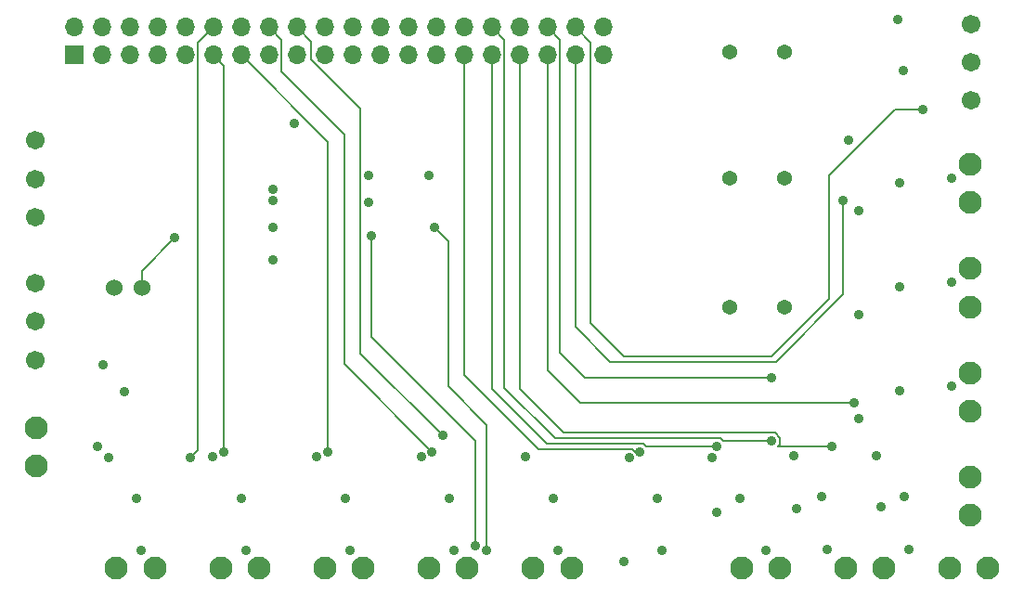
<source format=gbl>
G04 #@! TF.GenerationSoftware,KiCad,Pcbnew,8.0.4*
G04 #@! TF.CreationDate,2024-09-09T22:35:46-05:00*
G04 #@! TF.ProjectId,TPM-IO-BOARD,54504d2d-494f-42d4-924f-4152442e6b69,rev?*
G04 #@! TF.SameCoordinates,Original*
G04 #@! TF.FileFunction,Copper,L4,Bot*
G04 #@! TF.FilePolarity,Positive*
%FSLAX46Y46*%
G04 Gerber Fmt 4.6, Leading zero omitted, Abs format (unit mm)*
G04 Created by KiCad (PCBNEW 8.0.4) date 2024-09-09 22:35:46*
%MOMM*%
%LPD*%
G01*
G04 APERTURE LIST*
G04 #@! TA.AperFunction,ComponentPad*
%ADD10C,1.524000*%
G04 #@! TD*
G04 #@! TA.AperFunction,ComponentPad*
%ADD11C,1.371600*%
G04 #@! TD*
G04 #@! TA.AperFunction,ComponentPad*
%ADD12C,2.100000*%
G04 #@! TD*
G04 #@! TA.AperFunction,ComponentPad*
%ADD13C,1.701800*%
G04 #@! TD*
G04 #@! TA.AperFunction,ComponentPad*
%ADD14R,1.700000X1.700000*%
G04 #@! TD*
G04 #@! TA.AperFunction,ComponentPad*
%ADD15O,1.700000X1.700000*%
G04 #@! TD*
G04 #@! TA.AperFunction,ViaPad*
%ADD16C,0.900000*%
G04 #@! TD*
G04 #@! TA.AperFunction,Conductor*
%ADD17C,0.200000*%
G04 #@! TD*
G04 APERTURE END LIST*
D10*
X114540000Y-70000000D03*
X112000000Y-70000000D03*
D11*
X168166750Y-60000000D03*
X173166750Y-60000000D03*
D12*
X188250000Y-95600000D03*
X191750000Y-95600000D03*
X178750000Y-95600000D03*
X182250000Y-95600000D03*
X190100000Y-62250000D03*
X190100000Y-58750000D03*
D13*
X104823590Y-56567399D03*
X104823590Y-60067400D03*
X104823590Y-63567400D03*
D12*
X131250000Y-95600000D03*
X134750000Y-95600000D03*
X121750000Y-95600000D03*
X125250000Y-95600000D03*
D11*
X168166750Y-48500000D03*
X173166750Y-48500000D03*
D12*
X190100000Y-90750000D03*
X190100000Y-87250000D03*
D11*
X168166750Y-71750000D03*
X173166750Y-71750000D03*
D13*
X104823590Y-69567399D03*
X104823590Y-73067400D03*
X104823590Y-76567400D03*
D12*
X190100000Y-81250000D03*
X190100000Y-77750000D03*
X150250000Y-95600000D03*
X153750000Y-95600000D03*
X169250000Y-95600000D03*
X172750000Y-95600000D03*
X140750000Y-95600000D03*
X144250000Y-95600000D03*
X190100000Y-71750000D03*
X190100000Y-68250000D03*
D13*
X190176410Y-52932601D03*
X190176410Y-49432600D03*
X190176410Y-45932600D03*
D12*
X104900000Y-82750000D03*
X104900000Y-86250000D03*
X112250000Y-95600000D03*
X115750000Y-95600000D03*
D14*
X108370000Y-48770000D03*
D15*
X108370000Y-46230000D03*
X110910000Y-48770000D03*
X110910000Y-46230000D03*
X113450000Y-48770000D03*
X113450000Y-46230000D03*
X115990000Y-48770000D03*
X115990000Y-46230000D03*
X118530000Y-48770000D03*
X118530000Y-46230000D03*
X121070000Y-48770000D03*
X121070000Y-46230000D03*
X123610000Y-48770000D03*
X123610000Y-46230000D03*
X126150000Y-48770000D03*
X126150000Y-46230000D03*
X128690000Y-48770000D03*
X128690000Y-46230000D03*
X131230000Y-48770000D03*
X131230000Y-46230000D03*
X133770000Y-48770000D03*
X133770000Y-46230000D03*
X136310000Y-48770000D03*
X136310000Y-46230000D03*
X138850000Y-48770000D03*
X138850000Y-46230000D03*
X141390000Y-48770000D03*
X141390000Y-46230000D03*
X143930000Y-48770000D03*
X143930000Y-46230000D03*
X146470000Y-48770000D03*
X146470000Y-46230000D03*
X149010000Y-48770000D03*
X149010000Y-46230000D03*
X151550000Y-48770000D03*
X151550000Y-46230000D03*
X154090000Y-48770000D03*
X154090000Y-46230000D03*
X156630000Y-48770000D03*
X156630000Y-46230000D03*
D16*
X111500000Y-85500000D03*
X179927967Y-81971511D03*
X166528489Y-85500000D03*
X111000000Y-77000000D03*
X140028489Y-85427967D03*
X179927967Y-62971511D03*
X135250000Y-59750000D03*
X179927967Y-72471511D03*
X121028489Y-85427967D03*
X128500000Y-55000000D03*
X110500000Y-84500000D03*
X174028489Y-85340179D03*
X184000000Y-50175000D03*
X181527436Y-85340179D03*
X159000000Y-85500000D03*
X149528489Y-85427967D03*
X126500000Y-61000000D03*
X130528489Y-85427967D03*
X135250000Y-62250000D03*
X126500000Y-62000000D03*
X122035146Y-84984518D03*
X119000000Y-85500000D03*
X131535146Y-84984518D03*
X141035146Y-84984518D03*
X142000000Y-83500000D03*
X160000000Y-85000000D03*
X167000000Y-84500000D03*
X172000000Y-84000000D03*
X177500000Y-84500000D03*
X179500000Y-80500000D03*
X172000000Y-78250000D03*
X178500000Y-62000000D03*
X185750000Y-53750000D03*
X140750000Y-59750000D03*
X126500000Y-64500000D03*
X179000000Y-56500000D03*
X113000000Y-79500000D03*
X126500000Y-67500000D03*
X158500000Y-95000000D03*
X146000000Y-94000000D03*
X142597157Y-89179577D03*
X169097157Y-89251610D03*
X114068668Y-89251610D03*
X184096104Y-89091789D03*
X176597157Y-89091789D03*
X183679577Y-69902843D03*
X123597157Y-89179577D03*
X174251915Y-90174577D03*
X152097157Y-89179577D03*
X183679577Y-79402843D03*
X182000000Y-90000000D03*
X133097157Y-89179577D03*
X161568668Y-89251610D03*
X167000000Y-90500000D03*
X183679577Y-60402843D03*
X141250000Y-64500000D03*
X117580222Y-65436627D03*
X114500000Y-94000000D03*
X145000000Y-93500000D03*
X171500000Y-94000000D03*
X184527436Y-93840179D03*
X188427967Y-69471511D03*
X124028489Y-93927967D03*
X135500000Y-65250000D03*
X188427967Y-59971511D03*
X152528489Y-93927967D03*
X188427967Y-78971511D03*
X177028489Y-93840179D03*
X133528489Y-93927967D03*
X143028489Y-93927967D03*
X162000000Y-94000000D03*
X183500000Y-45500000D03*
D17*
X122035146Y-84984518D02*
X122035146Y-49735146D01*
X122035146Y-49735146D02*
X121070000Y-48770000D01*
X119680000Y-47620000D02*
X119680000Y-84820000D01*
X119680000Y-84820000D02*
X119000000Y-85500000D01*
X121070000Y-46230000D02*
X119680000Y-47620000D01*
X131535146Y-84984518D02*
X131535146Y-56695146D01*
X131535146Y-56695146D02*
X123610000Y-48770000D01*
X141035146Y-84984518D02*
X133000000Y-76949372D01*
X127300000Y-50300000D02*
X127300000Y-47380000D01*
X133000000Y-56000000D02*
X127300000Y-50300000D01*
X133000000Y-76949372D02*
X133000000Y-56000000D01*
X127300000Y-47380000D02*
X126150000Y-46230000D01*
X134500000Y-76000000D02*
X134500000Y-53666346D01*
X130000000Y-49166346D02*
X130000000Y-47540000D01*
X130000000Y-47540000D02*
X128690000Y-46230000D01*
X142000000Y-83500000D02*
X134500000Y-76000000D01*
X134500000Y-53666346D02*
X130000000Y-49166346D01*
X159310661Y-84750000D02*
X150750000Y-84750000D01*
X150750000Y-84750000D02*
X143930000Y-77930000D01*
X160000000Y-85000000D02*
X159560661Y-85000000D01*
X143930000Y-77930000D02*
X143930000Y-48770000D01*
X159560661Y-85000000D02*
X159310661Y-84750000D01*
X151500000Y-84250000D02*
X146470000Y-79220000D01*
X160310661Y-84250000D02*
X151500000Y-84250000D01*
X160560661Y-84500000D02*
X160310661Y-84250000D01*
X146470000Y-79220000D02*
X146470000Y-48770000D01*
X167000000Y-84500000D02*
X160560661Y-84500000D01*
X172000000Y-84000000D02*
X167560661Y-84000000D01*
X167310661Y-83750000D02*
X152250000Y-83750000D01*
X152250000Y-83750000D02*
X147620000Y-79120000D01*
X167560661Y-84000000D02*
X167310661Y-83750000D01*
X147620000Y-79120000D02*
X147620000Y-47380000D01*
X147620000Y-47380000D02*
X146470000Y-46230000D01*
X153000000Y-83250000D02*
X149010000Y-79260000D01*
X149010000Y-79260000D02*
X149010000Y-48770000D01*
X172560661Y-84500000D02*
X172750000Y-84310661D01*
X177500000Y-84500000D02*
X172560661Y-84500000D01*
X172750000Y-83689339D02*
X172310661Y-83250000D01*
X172310661Y-83250000D02*
X153000000Y-83250000D01*
X172750000Y-84310661D02*
X172750000Y-83689339D01*
X154500000Y-80500000D02*
X151550000Y-77550000D01*
X151550000Y-77550000D02*
X151550000Y-48770000D01*
X179500000Y-80500000D02*
X154500000Y-80500000D01*
X152700000Y-75950000D02*
X152700000Y-47380000D01*
X172000000Y-78250000D02*
X155000000Y-78250000D01*
X152700000Y-47380000D02*
X151550000Y-46230000D01*
X155000000Y-78250000D02*
X152700000Y-75950000D01*
X154090000Y-73590000D02*
X154090000Y-48770000D01*
X178500000Y-62000000D02*
X178500000Y-70625000D01*
X178500000Y-70625000D02*
X172375000Y-76750000D01*
X172375000Y-76750000D02*
X157250000Y-76750000D01*
X157250000Y-76750000D02*
X154090000Y-73590000D01*
X155480000Y-47620000D02*
X155480000Y-73230000D01*
X177250000Y-59750000D02*
X183250000Y-53750000D01*
X158500000Y-76250000D02*
X172000000Y-76250000D01*
X172000000Y-76250000D02*
X177250000Y-71000000D01*
X183250000Y-53750000D02*
X185750000Y-53750000D01*
X154090000Y-46230000D02*
X155480000Y-47620000D01*
X177250000Y-71000000D02*
X177250000Y-59750000D01*
X155480000Y-73230000D02*
X158500000Y-76250000D01*
X146000000Y-82500000D02*
X146000000Y-94000000D01*
X142500000Y-79000000D02*
X146000000Y-82500000D01*
X141250000Y-64500000D02*
X142500000Y-65750000D01*
X146000000Y-94000000D02*
X145750000Y-93750000D01*
X142500000Y-65750000D02*
X142500000Y-79000000D01*
X114540000Y-70000000D02*
X114540000Y-68476849D01*
X114540000Y-68476849D02*
X117580222Y-65436627D01*
X135500000Y-65250000D02*
X135500000Y-74500000D01*
X145000000Y-84000000D02*
X145000000Y-93500000D01*
X143750000Y-82750000D02*
X145000000Y-84000000D01*
X135500000Y-74500000D02*
X143750000Y-82750000D01*
M02*

</source>
